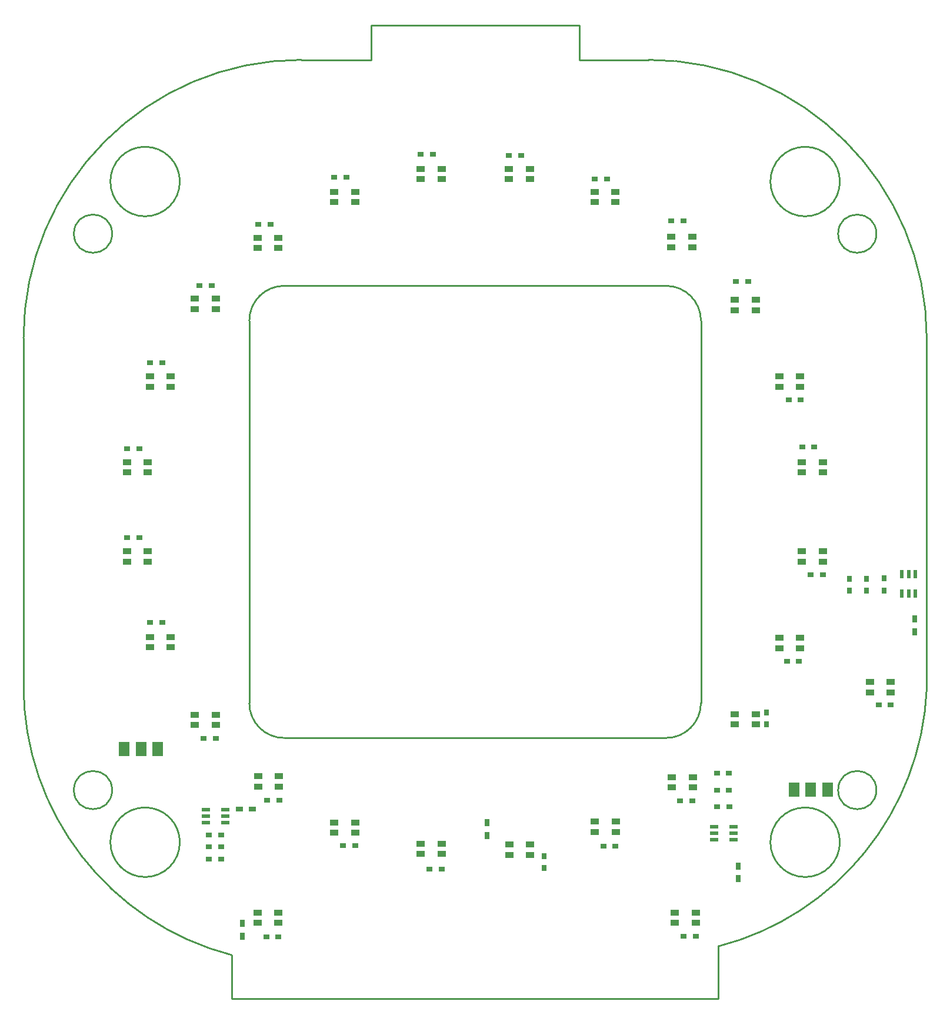
<source format=gtp>
G04*
G04 #@! TF.GenerationSoftware,Altium Limited,Altium Designer,18.1.8 (232)*
G04*
G04 Layer_Color=8421504*
%FSLAX25Y25*%
%MOIN*%
G70*
G01*
G75*
%ADD10C,0.01000*%
%ADD15R,0.06000X0.08000*%
%ADD16R,0.03150X0.04000*%
%ADD17R,0.04724X0.03543*%
%ADD18R,0.03500X0.03000*%
%ADD19R,0.03000X0.03500*%
%ADD20R,0.04724X0.01968*%
%ADD21R,0.04000X0.03150*%
%ADD22R,0.01968X0.04724*%
D10*
X275737Y29679D02*
G03*
X393701Y175365I-39370J152480D01*
G01*
X-118110Y177165D02*
G03*
X0Y24686I157480J0D01*
G01*
X344488Y88583D02*
G03*
X344488Y88583I-19685J0D01*
G01*
X365158Y433071D02*
G03*
X365158Y433071I-10827J0D01*
G01*
X393701Y374016D02*
G03*
X236221Y531496I-157480J0D01*
G01*
X344488Y462598D02*
G03*
X344488Y462598I-19685J0D01*
G01*
X365158Y118110D02*
G03*
X365158Y118110I-10827J0D01*
G01*
X-67913D02*
G03*
X-67913Y118110I-10827J0D01*
G01*
X39370Y531496D02*
G03*
X-118110Y374016I0J-157480D01*
G01*
X-67913Y433071D02*
G03*
X-67913Y433071I-10827J0D01*
G01*
X-29528Y462598D02*
G03*
X-29528Y462598I-19685J0D01*
G01*
Y88583D02*
G03*
X-29528Y88583I-19685J0D01*
G01*
X29528Y403543D02*
G03*
X9843Y383858I0J-19685D01*
G01*
X265748D02*
G03*
X246063Y403543I-19685J0D01*
G01*
Y147638D02*
G03*
X265748Y167323I0J19685D01*
G01*
X9843D02*
G03*
X29528Y147638I19685J0D01*
G01*
X0Y0D02*
X275590D01*
X0D02*
Y24686D01*
X275590Y0D02*
Y29679D01*
X393701Y175365D02*
X393701Y374016D01*
X-118110Y177165D02*
Y374016D01*
X39370Y531496D02*
X78740D01*
X196850D02*
X236221D01*
X196850D02*
Y551181D01*
X78740Y531496D02*
Y551181D01*
X196850D01*
X9843Y167323D02*
Y383858D01*
X29528Y403543D02*
X246063D01*
X265748Y167323D02*
Y383858D01*
X29528Y147638D02*
X246063D01*
D15*
X318500Y118500D02*
D03*
X328000D02*
D03*
X337500D02*
D03*
X-42056Y141500D02*
D03*
X-51556D02*
D03*
X-61056D02*
D03*
D16*
X6000Y42667D02*
D03*
Y35367D02*
D03*
X144444Y92350D02*
D03*
Y99650D02*
D03*
X286944Y67885D02*
D03*
Y75185D02*
D03*
X386944Y215015D02*
D03*
Y207715D02*
D03*
D17*
X69849Y99818D02*
D03*
Y93912D02*
D03*
X58038D02*
D03*
Y99818D02*
D03*
X249328Y125495D02*
D03*
Y119589D02*
D03*
X261139D02*
D03*
Y125495D02*
D03*
X205715Y100315D02*
D03*
Y94409D02*
D03*
X217526D02*
D03*
Y100315D02*
D03*
X251038Y48818D02*
D03*
Y42912D02*
D03*
X262849D02*
D03*
Y48818D02*
D03*
X157070Y87281D02*
D03*
Y81375D02*
D03*
X168881D02*
D03*
Y87281D02*
D03*
X14897Y125862D02*
D03*
Y119956D02*
D03*
X26708D02*
D03*
Y125862D02*
D03*
X107038Y87818D02*
D03*
Y81912D02*
D03*
X118849D02*
D03*
Y87818D02*
D03*
X14452Y48818D02*
D03*
Y42912D02*
D03*
X26263D02*
D03*
Y48818D02*
D03*
X296849Y389630D02*
D03*
Y395536D02*
D03*
X285038D02*
D03*
Y389630D02*
D03*
X310173Y352318D02*
D03*
Y346412D02*
D03*
X321984D02*
D03*
Y352318D02*
D03*
X334849Y297912D02*
D03*
Y303818D02*
D03*
X323038D02*
D03*
Y297912D02*
D03*
Y253318D02*
D03*
Y247412D02*
D03*
X334849D02*
D03*
Y253318D02*
D03*
X310173Y204318D02*
D03*
Y198412D02*
D03*
X321984D02*
D03*
Y204318D02*
D03*
X284938Y161105D02*
D03*
Y155199D02*
D03*
X296749D02*
D03*
Y161105D02*
D03*
X361538Y179318D02*
D03*
Y173412D02*
D03*
X373349D02*
D03*
Y179318D02*
D03*
X-20962Y160818D02*
D03*
Y154912D02*
D03*
X-9151D02*
D03*
Y160818D02*
D03*
X-34651Y198912D02*
D03*
Y204818D02*
D03*
X-46462D02*
D03*
Y198912D02*
D03*
X-47651Y247412D02*
D03*
Y253318D02*
D03*
X-59462D02*
D03*
Y247412D02*
D03*
X-47651Y297912D02*
D03*
Y303818D02*
D03*
X-59462D02*
D03*
Y297912D02*
D03*
X-34651Y346412D02*
D03*
Y352318D02*
D03*
X-46462D02*
D03*
Y346412D02*
D03*
X-9151Y390412D02*
D03*
Y396318D02*
D03*
X-20962D02*
D03*
Y390412D02*
D03*
X26349Y424912D02*
D03*
Y430818D02*
D03*
X14538D02*
D03*
Y424912D02*
D03*
X69849Y450912D02*
D03*
Y456818D02*
D03*
X58038D02*
D03*
Y450912D02*
D03*
X118849Y463912D02*
D03*
Y469818D02*
D03*
X107038D02*
D03*
Y463912D02*
D03*
X168849D02*
D03*
Y469818D02*
D03*
X157038D02*
D03*
Y463912D02*
D03*
X217349Y450920D02*
D03*
Y456826D02*
D03*
X205538D02*
D03*
Y450920D02*
D03*
X260849Y425412D02*
D03*
Y431318D02*
D03*
X249038D02*
D03*
Y425412D02*
D03*
D18*
X210444Y86365D02*
D03*
X217344D02*
D03*
X255944Y35365D02*
D03*
X262844D02*
D03*
X-12956Y78865D02*
D03*
X-6056D02*
D03*
X111944Y73365D02*
D03*
X118844D02*
D03*
X62944Y86765D02*
D03*
X69844D02*
D03*
X19444Y34865D02*
D03*
X26344D02*
D03*
X281643Y127534D02*
D03*
X274743D02*
D03*
X281643Y118034D02*
D03*
X274743D02*
D03*
X274843Y108566D02*
D03*
X281743D02*
D03*
X253944Y112082D02*
D03*
X260844D02*
D03*
X-12956Y85865D02*
D03*
X-6056D02*
D03*
X-6156Y92550D02*
D03*
X-13056D02*
D03*
X19944Y112365D02*
D03*
X26844D02*
D03*
X292444Y405865D02*
D03*
X285544D02*
D03*
X315444Y338865D02*
D03*
X322344D02*
D03*
X329991Y312365D02*
D03*
X323091D02*
D03*
X327944Y239865D02*
D03*
X334844D02*
D03*
X314444Y190865D02*
D03*
X321344D02*
D03*
X366444Y166365D02*
D03*
X373344D02*
D03*
X255944Y440225D02*
D03*
X249044D02*
D03*
X-16056Y147265D02*
D03*
X-9156D02*
D03*
X212444Y463912D02*
D03*
X205544D02*
D03*
X163944Y477365D02*
D03*
X157044D02*
D03*
X113944Y477865D02*
D03*
X107044D02*
D03*
X64944Y464865D02*
D03*
X58044D02*
D03*
X21944Y438365D02*
D03*
X15044D02*
D03*
X-11556Y403543D02*
D03*
X-18456D02*
D03*
X-39556Y359865D02*
D03*
X-46456D02*
D03*
X-52556Y311365D02*
D03*
X-59456D02*
D03*
X-52556Y260865D02*
D03*
X-59456D02*
D03*
X-39556Y212865D02*
D03*
X-46456D02*
D03*
D19*
X176944Y73865D02*
D03*
Y80765D02*
D03*
X349944Y237765D02*
D03*
Y230865D02*
D03*
X359444Y237765D02*
D03*
Y230865D02*
D03*
X369444Y237865D02*
D03*
Y230965D02*
D03*
X302944Y162098D02*
D03*
Y155198D02*
D03*
D20*
X273232Y97474D02*
D03*
Y93734D02*
D03*
Y89994D02*
D03*
X284255D02*
D03*
Y93734D02*
D03*
Y97474D02*
D03*
X-14827Y99625D02*
D03*
Y103365D02*
D03*
Y107105D02*
D03*
X-3803D02*
D03*
Y103365D02*
D03*
Y99625D02*
D03*
D21*
X11594Y107365D02*
D03*
X4294D02*
D03*
D22*
X379703Y240377D02*
D03*
X383444D02*
D03*
X387184D02*
D03*
Y229353D02*
D03*
X383444D02*
D03*
X379703D02*
D03*
M02*

</source>
